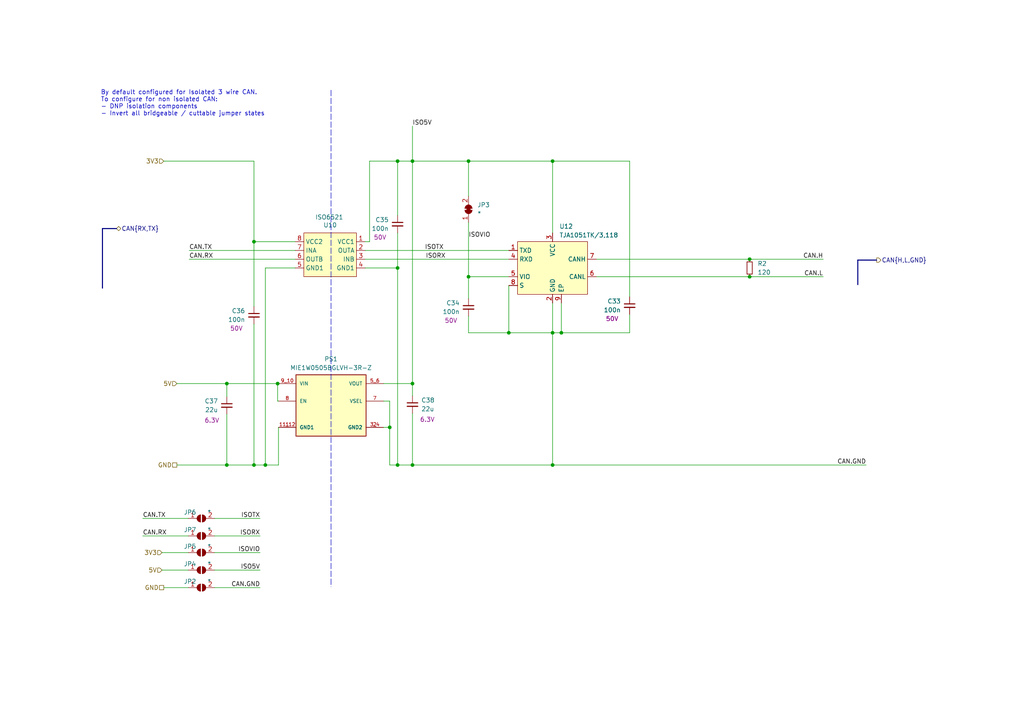
<source format=kicad_sch>
(kicad_sch (version 20231120) (generator "eeschema") (generator_version "8.0")
  (paper "A4")
  (lib_symbols
    (symbol "Device:C_Small" (pin_numbers hide) (pin_names (offset 0.254) hide)
      (property "Reference" "C" (at 0.254 1.778 0))
      (property "Value" "C_Small" (at 0.254 -2.032 0))
      (symbol "C_Small_0_1"
        (polyline (pts (xy -1.524 -0.508) (xy 1.524 -0.508)) (stroke (width 0.3302)))
        (polyline (pts (xy -1.524 0.508) (xy 1.524 0.508)) (stroke (width 0.3048)))
      )
      (symbol "C_Small_1_1"
        (pin passive line (at 0 2.54 270) (length 2.032) (name "~") (number "1"))
        (pin passive line (at 0 -2.54 90) (length 2.032) (name "~") (number "2"))
      )
    )
    (symbol "Device:R_Small" (pin_numbers hide) (pin_names (offset 0.254) hide)
      (property "Reference" "R" (at 0.762 0.508 0))
      (property "Value" "R_Small" (at 0.762 -1.016 0))
      (symbol "R_Small_0_1"
        (rectangle (start -0.762 1.778) (end 0.762 -1.778) (stroke (width 0.2032)))
      )
      (symbol "R_Small_1_1"
        (pin passive line (at 0 2.54 270) (length 0.762) (name "~") (number "1"))
        (pin passive line (at 0 -2.54 90) (length 0.762) (name "~") (number "2"))
      )
    )
    (symbol "Jumper:SolderJumper_2_Bridged" (pin_names (offset 0) hide)
      (property "Reference" "JP" (at 0 2.032 0))
      (property "Value" "SolderJumper_2_Bridged" (at 0 -2.54 0))
      (symbol "SolderJumper_2_Bridged_0_1"
        (rectangle (start -0.508 0.508) (end 0.508 -0.508) (fill (type outline)))
        (arc (start -0.254 1.016) (mid -1.2656 0) (end -0.254 -1.016))
        (arc (start -0.254 1.016) (mid -1.2656 0) (end -0.254 -1.016) (fill (type outline)))
        (polyline (pts (xy -0.254 1.016) (xy -0.254 -1.016)))
        (polyline (pts (xy 0.254 1.016) (xy 0.254 -1.016)))
        (arc (start 0.254 -1.016) (mid 1.2656 0) (end 0.254 1.016))
        (arc (start 0.254 -1.016) (mid 1.2656 0) (end 0.254 1.016) (fill (type outline)))
      )
      (symbol "SolderJumper_2_Bridged_1_1"
        (pin passive line (at -3.81 0 0) (length 2.54) (name "A") (number "1"))
        (pin passive line (at 3.81 0 180) (length 2.54) (name "B") (number "2"))
      )
    )
    (symbol "Jumper:SolderJumper_2_Open" (pin_names (offset 0) hide)
      (property "Reference" "JP" (at 0 2.032 0))
      (property "Value" "SolderJumper_2_Open" (at 0 -2.54 0))
      (symbol "SolderJumper_2_Open_0_1"
        (arc (start -0.254 1.016) (mid -1.2656 0) (end -0.254 -1.016))
        (arc (start -0.254 1.016) (mid -1.2656 0) (end -0.254 -1.016) (fill (type outline)))
        (polyline (pts (xy -0.254 1.016) (xy -0.254 -1.016)))
        (polyline (pts (xy 0.254 1.016) (xy 0.254 -1.016)))
        (arc (start 0.254 -1.016) (mid 1.2656 0) (end 0.254 1.016))
        (arc (start 0.254 -1.016) (mid 1.2656 0) (end 0.254 1.016) (fill (type outline)))
      )
      (symbol "SolderJumper_2_Open_1_1"
        (pin passive line (at -3.81 0 0) (length 2.54) (name "A") (number "1"))
        (pin passive line (at 3.81 0 180) (length 2.54) (name "B") (number "2"))
      )
    )
    (symbol "MIE1W0505BGLVH-3R-Z:MIE1W0505BGLVH-3R-Z" (pin_names (offset 1.016))
      (property "Reference" "PS" (at -10.16 10.922 0))
      (property "Value" "MIE1W0505BGLVH-3R-Z" (at -10.16 -10.16 0))
      (symbol "MIE1W0505BGLVH-3R-Z_0_0"
        (rectangle (start -10.16 -7.62) (end 10.16 10.16) (stroke (width 0.254)) (fill (type background)))
        (pin power_in line (at -15.24 -5.08 0) (length 5.08) (name "GND1") (number "1"))
        (pin power_in line (at -15.24 -5.08 0) (length 5.08) (name "GND1") (number "11_12"))
        (pin power_in line (at 15.24 -5.08 180) (length 5.08) (name "GND2") (number "2"))
        (pin power_in line (at 15.24 -5.08 180) (length 5.08) (name "GND2") (number "3_4"))
        (pin output line (at 15.24 7.62 180) (length 5.08) (name "VOUT") (number "5_6"))
        (pin passive line (at 15.24 2.54 180) (length 5.08) (name "VSEL") (number "7"))
        (pin input line (at -15.24 2.54 0) (length 5.08) (name "EN") (number "8"))
        (pin input line (at -15.24 7.62 0) (length 5.08) (name "VIN") (number "9_10"))
      )
    )
    (symbol "easyeda:TJA1051TK_3,118"
      (property "Reference" "U" (at 0 15.24 0))
      (property "Value" "TJA1051TK/3,118" (at 0 -15.24 0))
      (symbol "TJA1051TK_3,118_0_1"
        (rectangle (start -10.16 7.62) (end 10.16 -7.62) (fill (type background)))
        (pin input line (at -12.7 5.08 0) (length 2.54) (name "TXD") (number "1"))
        (pin bidirectional line (at 0 -10.16 90) (length 2.54) (name "GND") (number "2"))
        (pin bidirectional line (at 0 10.16 270) (length 2.54) (name "VCC") (number "3"))
        (pin output line (at -12.7 2.54 0) (length 2.54) (name "RXD") (number "4"))
        (pin bidirectional line (at -12.7 -2.54 0) (length 2.54) (name "VIO") (number "5"))
        (pin bidirectional line (at 12.7 -2.54 180) (length 2.54) (name "CANL") (number "6"))
        (pin bidirectional line (at 12.7 2.54 180) (length 2.54) (name "CANH") (number "7"))
        (pin input line (at -12.7 -5.08 0) (length 2.54) (name "S") (number "8"))
        (pin bidirectional line (at 2.54 -10.16 90) (length 2.54) (name "EP") (number "9"))
      )
    )
    (symbol "local_lib:ISO6521FREUR"
      (property "Reference" "U" (at 0 8.89 0))
      (symbol "ISO6521FREUR_1_1"
        (rectangle (start -7.62 6.35) (end 7.62 -6.35) (fill (type background)))
        (pin power_in line (at -10.16 3.81 0) (length 2.54) (name "VCC1") (number "1"))
        (pin output line (at -10.16 1.27 0) (length 2.54) (name "OUTA") (number "2"))
        (pin input line (at -10.16 -1.27 0) (length 2.54) (name "INB") (number "3"))
        (pin power_in line (at -10.16 -3.81 0) (length 2.54) (name "GND1") (number "4"))
        (pin power_in line (at 10.16 -3.81 180) (length 2.54) (name "GND1") (number "5"))
        (pin output line (at 10.16 -1.27 180) (length 2.54) (name "OUTB") (number "6"))
        (pin input line (at 10.16 1.27 180) (length 2.54) (name "INA") (number "7"))
        (pin power_in line (at 10.16 3.81 180) (length 2.54) (name "VCC2") (number "8"))
      )
    )
  )
  (junction (at 135.89 80.264))
  (junction (at 160.274 96.52))
  (junction (at 119.634 111.252))
  (junction (at 115.316 134.874))
  (junction (at 217.424 80.264))
  (junction (at 73.66 70.104))
  (junction (at 119.634 46.736))
  (junction (at 113.03 123.952))
  (junction (at 65.786 134.874))
  (junction (at 160.274 134.874))
  (junction (at 135.89 46.736))
  (junction (at 65.786 111.252))
  (junction (at 80.518 111.252))
  (junction (at 119.634 134.874))
  (junction (at 160.274 46.736))
  (junction (at 217.424 75.184))
  (junction (at 115.316 77.724))
  (junction (at 162.814 96.52))
  (junction (at 147.574 96.52))
  (junction (at 76.962 134.874))
  (junction (at 115.316 46.736))
  (junction (at 73.66 134.874))
  (wire (pts (xy 182.626 46.736) (xy 160.274 46.736)))
  (wire (pts (xy 75.438 170.434) (xy 62.23 170.434)))
  (wire (pts (xy 62.23 150.368) (xy 75.438 150.368)))
  (wire (pts (xy 73.66 70.104) (xy 85.598 70.104)))
  (wire (pts (xy 160.274 134.874) (xy 251.206 134.874)))
  (wire (pts (xy 80.772 116.332) (xy 80.518 116.332)))
  (wire (pts (xy 115.316 77.724) (xy 115.316 134.874)))
  (wire (pts (xy 115.316 134.874) (xy 119.634 134.874)))
  (wire (pts (xy 105.918 72.644) (xy 147.574 72.644)))
  (wire (pts (xy 65.786 120.142) (xy 65.786 134.874)))
  (wire (pts (xy 107.188 46.736) (xy 107.188 70.104)))
  (wire (pts (xy 73.66 134.874) (xy 76.962 134.874)))
  (wire (pts (xy 160.274 87.884) (xy 160.274 96.52)))
  (wire (pts (xy 76.962 134.874) (xy 80.772 134.874)))
  (wire (pts (xy 238.76 75.184) (xy 217.424 75.184)))
  (wire (pts (xy 115.316 67.564) (xy 115.316 77.724)))
  (wire (pts (xy 119.634 46.736) (xy 135.89 46.736)))
  (wire (pts (xy 47.498 46.736) (xy 73.66 46.736)))
  (wire (pts (xy 111.252 116.332) (xy 113.03 116.332)))
  (wire (pts (xy 80.518 111.252) (xy 80.772 111.252)))
  (wire (pts (xy 111.252 111.252) (xy 119.634 111.252)))
  (wire (pts (xy 51.308 134.874) (xy 65.786 134.874)))
  (wire (pts (xy 162.814 87.884) (xy 162.814 96.52)))
  (wire (pts (xy 73.66 70.104) (xy 73.66 88.9)))
  (wire (pts (xy 54.61 155.448) (xy 41.402 155.448)))
  (wire (pts (xy 160.274 67.564) (xy 160.274 46.736)))
  (wire (pts (xy 113.03 116.332) (xy 113.03 123.952)))
  (wire (pts (xy 135.89 46.736) (xy 135.89 56.896)))
  (bus (pts (xy 29.718 83.566) (xy 29.718 66.294)))
  (wire (pts (xy 54.864 75.184) (xy 85.598 75.184)))
  (wire (pts (xy 47.498 170.434) (xy 54.61 170.434)))
  (wire (pts (xy 217.424 75.184) (xy 172.974 75.184)))
  (wire (pts (xy 147.574 96.52) (xy 135.89 96.52)))
  (bus (pts (xy 248.793 82.55) (xy 248.793 75.438)))
  (wire (pts (xy 162.814 96.52) (xy 160.274 96.52)))
  (wire (pts (xy 135.89 86.614) (xy 135.89 80.264)))
  (wire (pts (xy 107.188 46.736) (xy 115.316 46.736)))
  (wire (pts (xy 115.316 46.736) (xy 119.634 46.736)))
  (wire (pts (xy 182.626 96.52) (xy 162.814 96.52)))
  (wire (pts (xy 135.89 80.264) (xy 147.574 80.264)))
  (wire (pts (xy 217.424 80.264) (xy 172.974 80.264)))
  (wire (pts (xy 105.918 77.724) (xy 115.316 77.724)))
  (wire (pts (xy 54.864 72.644) (xy 85.598 72.644)))
  (wire (pts (xy 65.786 111.252) (xy 65.786 115.062)))
  (wire (pts (xy 182.626 91.186) (xy 182.626 96.52)))
  (wire (pts (xy 119.634 114.808) (xy 119.634 111.252)))
  (wire (pts (xy 119.634 46.736) (xy 119.634 111.252)))
  (wire (pts (xy 113.03 134.874) (xy 115.316 134.874)))
  (wire (pts (xy 135.89 46.736) (xy 160.274 46.736)))
  (wire (pts (xy 73.66 46.736) (xy 73.66 70.104)))
  (wire (pts (xy 113.03 123.952) (xy 113.03 134.874)))
  (wire (pts (xy 182.626 46.736) (xy 182.626 86.106)))
  (wire (pts (xy 62.23 165.354) (xy 75.438 165.354)))
  (wire (pts (xy 147.574 82.804) (xy 147.574 96.52)))
  (wire (pts (xy 160.274 96.52) (xy 160.274 134.874)))
  (wire (pts (xy 113.03 123.952) (xy 111.252 123.952)))
  (wire (pts (xy 147.574 96.52) (xy 160.274 96.52)))
  (wire (pts (xy 135.89 91.694) (xy 135.89 96.52)))
  (wire (pts (xy 51.308 111.252) (xy 65.786 111.252)))
  (wire (pts (xy 76.962 77.724) (xy 76.962 134.874)))
  (wire (pts (xy 73.66 93.98) (xy 73.66 134.874)))
  (wire (pts (xy 54.61 150.368) (xy 41.402 150.368)))
  (wire (pts (xy 105.918 75.184) (xy 147.574 75.184)))
  (wire (pts (xy 62.23 160.274) (xy 75.438 160.274)))
  (wire (pts (xy 65.786 134.874) (xy 73.66 134.874)))
  (wire (pts (xy 105.918 70.104) (xy 107.188 70.104)))
  (wire (pts (xy 46.99 165.354) (xy 54.61 165.354)))
  (wire (pts (xy 119.634 134.874) (xy 160.274 134.874)))
  (wire (pts (xy 80.772 134.874) (xy 80.772 123.952)))
  (wire (pts (xy 62.23 155.448) (xy 75.438 155.448)))
  (bus (pts (xy 248.793 75.438) (xy 254.254 75.438)))
  (wire (pts (xy 119.634 36.576) (xy 119.634 46.736)))
  (wire (pts (xy 238.76 80.264) (xy 217.424 80.264)))
  (wire (pts (xy 65.786 111.252) (xy 80.518 111.252)))
  (wire (pts (xy 46.99 160.274) (xy 54.61 160.274)))
  (wire (pts (xy 115.316 46.736) (xy 115.316 62.484)))
  (wire (pts (xy 135.89 64.516) (xy 135.89 80.264)))
  (polyline (pts (xy 96.012 26.162) (xy 96.012 170.18)) (stroke (width 0) (type dash)))
  (wire (pts (xy 80.518 116.332) (xy 80.518 111.252)))
  (bus (pts (xy 29.718 66.294) (xy 33.782 66.294)))
  (wire (pts (xy 76.962 77.724) (xy 85.598 77.724)))
  (wire (pts (xy 119.634 119.888) (xy 119.634 134.874)))
  (text "By default configured for Isolated 3 wire CAN. \nTo configure for non isolated CAN:\n- DNP isolation components\n- Invert all bridgeable / cuttable jumper states" (at 29.21 33.782 0) (effects (font (size 1.27 1.27)) (justify left bottom)))
  (label "CAN.GND" (at 251.206 134.874 180))
  (label "ISOTX" (at 123.19 72.644 0))
  (label "CAN.RX" (at 41.402 155.448 0))
  (label "ISOVIO" (at 135.89 69.088 0))
  (label "ISORX" (at 123.444 75.184 0))
  (label "CAN.RX" (at 54.864 75.184 0))
  (label "ISORX" (at 75.438 155.448 180))
  (label "CAN.L" (at 238.76 80.264 180))
  (label "ISO5V" (at 119.634 36.576 0))
  (label "ISOVIO" (at 75.438 160.274 180))
  (label "ISO5V" (at 75.438 165.354 180))
  (label "CAN.TX" (at 41.402 150.368 0))
  (label "CAN.GND" (at 75.438 170.434 180))
  (label "CAN.TX" (at 54.864 72.644 0))
  (label "ISOTX" (at 75.438 150.368 180))
  (label "CAN.H" (at 238.76 75.184 180))
  (hierarchical_label "GND" (shape passive) (at 47.498 170.434 180))
  (hierarchical_label "5V" (shape input) (at 46.99 165.354 180))
  (hierarchical_label "3V3" (shape input) (at 47.498 46.736 180))
  (hierarchical_label "5V" (shape input) (at 51.308 111.252 180))
  (hierarchical_label "CAN{RX,TX}" (shape bidirectional) (at 33.782 66.294 0))
  (hierarchical_label "3V3" (shape input) (at 46.99 160.274 180))
  (hierarchical_label "GND" (shape passive) (at 51.308 134.874 180))
  (hierarchical_label "CAN{H,L,GND}" (shape output) (at 254.254 75.438 0))
  (symbol (lib_id "MIE1W0505BGLVH-3R-Z:MIE1W0505BGLVH-3R-Z") (at 96.012 118.872 0) (unit 1)
    (property "Reference" "PS1" (at 96.012 104.14 0))
    (property "Value" "MIE1W0505BGLVH-3R-Z" (at 96.012 106.68 0))
    (property "Footprint" "MIE1W0505BGLVH-3R-Z:CONV_MIE1W0505BGLVH-3R-Z" (effects (hide yes)))
    (property "Description" "\nIsolated Module DC DC Converter 1 Output 5V 200mA 3V - 5.5V Input\n" (effects (hide yes)))
    (property "MF" "Monolithic Power Systems Inc." (effects (hide yes)))
    (property "MAXIMUM_PACKAGE_HEIGHT" "1.28mm" (effects (hide yes)))
    (property "Package" "PowerLFLGA-12 Monolithic Power Systems Inc." (effects (hide yes)))
    (property "Price" "None" (effects (hide yes)))
    (property "Check_prices" "https://www.snapeda.com/parts/MIE1W0505BGLVH-3R-Z/Monolithic+Power+Systems+Inc./view-part/?ref=eda" (effects (hide yes)))
    (property "STANDARD" "Manufacturer Recommendations" (effects (hide yes)))
    (property "PARTREV" "0.8" (effects (hide yes)))
    (property "SnapEDA_Link" "https://www.snapeda.com/parts/MIE1W0505BGLVH-3R-Z/Monolithic+Power+Systems+Inc./view-part/?ref=snap" (effects (hide yes)))
    (property "MP" "MIE1W0505BGLVH-3R-Z" (effects (hide yes)))
    (property "Availability" "In Stock" (effects (hide yes)))
    (property "MANUFACTURER" "Monolithic Power Systems Inc." (effects (hide yes)))
  )
  (symbol (lib_id "Device:C_Small") (at 115.316 65.024 0) (mirror y) (unit 1)
    (property "Reference" "C35" (at 112.776 63.754 0) (effects (justify left)))
    (property "Value" "100n" (at 112.776 66.294 0) (effects (justify left)))
    (property "Footprint" "Capacitor_SMD:C_0402_1005Metric" (effects (hide yes)))
    (property "Rating" "50V" (at 110.236 68.834 0))
    (property "LCSC" "C307331" (effects (hide yes)))
  )
  (symbol (lib_id "Jumper:SolderJumper_2_Open") (at 58.42 150.368 0) (unit 1)
    (property "Reference" "JP6" (at 55.118 148.59 0))
    (property "Value" "*" (at 60.706 148.59 0))
    (property "Footprint" "local_lib:jumper12_open" (effects (hide yes)))
  )
  (symbol (lib_id "Jumper:SolderJumper_2_Open") (at 58.42 155.448 0) (unit 1)
    (property "Reference" "JP7" (at 55.118 153.67 0))
    (property "Value" "*" (at 60.706 153.67 0))
    (property "Footprint" "local_lib:jumper12_open" (effects (hide yes)))
  )
  (symbol (lib_id "Device:C_Small") (at 73.66 91.44 0) (mirror y) (unit 1)
    (property "Reference" "C36" (at 71.12 90.17 0) (effects (justify left)))
    (property "Value" "100n" (at 71.12 92.71 0) (effects (justify left)))
    (property "Footprint" "Capacitor_SMD:C_0402_1005Metric" (effects (hide yes)))
    (property "Rating" "50V" (at 68.58 95.25 0))
    (property "LCSC" "C307331" (effects (hide yes)))
  )
  (symbol (lib_id "easyeda:TJA1051TK_3,118") (at 160.274 77.724 0) (unit 1)
    (property "Reference" "U12" (at 162.2299 65.659 0) (effects (justify left)))
    (property "Value" "TJA1051TK/3,118" (at 162.2299 68.199 0) (effects (justify left)))
    (property "Footprint" "easyeda:HVSON-8_L3.0-W3.0-P0.65-BL-EP" (effects (hide yes)))
    (property "Datasheet" "https://lcsc.com/product-detail/CAN_NXP_TJA1051TK-3-118_TJA1051TK-3-118_C124020.html" (effects (hide yes)))
    (property "LCSC Part" "C124020" (effects (hide yes)))
  )
  (symbol (lib_id "Jumper:SolderJumper_2_Bridged") (at 135.89 60.706 90) (unit 1)
    (property "Reference" "JP3" (at 138.43 59.436 90) (effects (justify right)))
    (property "Value" "*" (at 138.43 61.976 90) (effects (justify right)))
    (property "Footprint" "local_lib:jumper12_closed" (effects (hide yes)))
  )
  (symbol (lib_id "Device:R_Small") (at 217.424 77.724 0) (unit 1)
    (property "Reference" "R2" (at 219.71 76.454 0) (effects (justify left)))
    (property "Value" "120" (at 219.71 78.994 0) (effects (justify left)))
    (property "Footprint" "Resistor_SMD:R_0603_1608Metric" (effects (hide yes)))
    (property "LCSC" "C22787" (effects (hide yes)))
  )
  (symbol (lib_id "Device:C_Small") (at 119.634 117.348 0) (unit 1)
    (property "Reference" "C38" (at 122.174 116.0843 0) (effects (justify left)))
    (property "Value" "22u" (at 122.174 118.6243 0) (effects (justify left)))
    (property "Footprint" "Capacitor_SMD:C_0603_1608Metric" (effects (hide yes)))
    (property "LCSC" "C59461" (effects (hide yes)))
    (property "Rating" "6.3V" (at 123.952 121.666 0))
  )
  (symbol (lib_id "Device:C_Small") (at 65.786 117.602 0) (mirror y) (unit 1)
    (property "Reference" "C37" (at 63.246 116.3383 0) (effects (justify left)))
    (property "Value" "22u" (at 63.246 118.8783 0) (effects (justify left)))
    (property "Footprint" "Capacitor_SMD:C_0603_1608Metric" (effects (hide yes)))
    (property "LCSC" "C59461" (effects (hide yes)))
    (property "Rating" "6.3V" (at 61.468 121.92 0))
  )
  (symbol (lib_id "Jumper:SolderJumper_2_Open") (at 58.42 170.434 0) (unit 1)
    (property "Reference" "JP2" (at 55.118 168.656 0))
    (property "Value" "*" (at 60.706 168.656 0))
    (property "Footprint" "local_lib:jumper12_open" (effects (hide yes)))
  )
  (symbol (lib_id "Jumper:SolderJumper_2_Open") (at 58.42 160.274 0) (unit 1)
    (property "Reference" "JP5" (at 55.118 158.496 0))
    (property "Value" "*" (at 60.706 158.496 0))
    (property "Footprint" "local_lib:jumper12_open" (effects (hide yes)))
  )
  (symbol (lib_id "Device:C_Small") (at 135.89 89.154 0) (mirror y) (unit 1)
    (property "Reference" "C34" (at 133.35 87.884 0) (effects (justify left)))
    (property "Value" "100n" (at 133.35 90.424 0) (effects (justify left)))
    (property "Footprint" "Capacitor_SMD:C_0402_1005Metric" (effects (hide yes)))
    (property "Rating" "50V" (at 130.81 92.964 0))
    (property "LCSC" "C307331" (effects (hide yes)))
  )
  (symbol (lib_id "Jumper:SolderJumper_2_Open") (at 58.42 165.354 0) (unit 1)
    (property "Reference" "JP4" (at 55.118 163.576 0))
    (property "Value" "*" (at 60.706 163.576 0))
    (property "Footprint" "local_lib:jumper12_open" (effects (hide yes)))
  )
  (symbol (lib_id "local_lib:ISO6521FREUR") (at 95.758 73.914 0) (mirror y) (unit 1)
    (property "Reference" "U10" (at 95.758 65.278 0))
    (property "Value" "ISO6521" (at 95.504 62.992 0))
    (property "Footprint" "Package_DFN_QFN:DFN-8-1EP_3x2mm_P0.5mm_EP1.3x1.5mm" (effects (hide yes)))
  )
  (symbol (lib_id "Device:C_Small") (at 182.626 88.646 0) (mirror y) (unit 1)
    (property "Reference" "C33" (at 180.086 87.376 0) (effects (justify left)))
    (property "Value" "100n" (at 180.086 89.916 0) (effects (justify left)))
    (property "Footprint" "Capacitor_SMD:C_0402_1005Metric" (effects (hide yes)))
    (property "Rating" "50V" (at 177.546 92.456 0))
    (property "LCSC" "C307331" (effects (hide yes)))
  )
)
</source>
